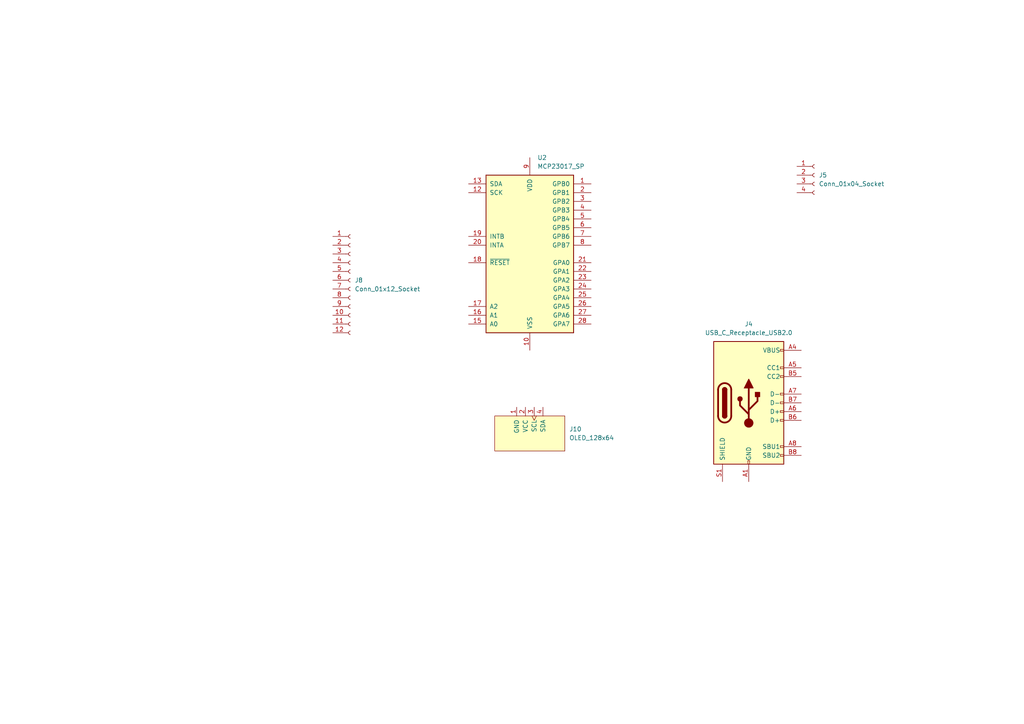
<source format=kicad_sch>
(kicad_sch (version 20230121) (generator eeschema)

  (uuid d92793f5-7a37-47c1-ba13-f28d416cb7ec)

  (paper "A4")

  (lib_symbols
    (symbol "Connector:Conn_01x04_Socket" (pin_names (offset 1.016) hide) (in_bom yes) (on_board yes)
      (property "Reference" "J" (at 0 5.08 0)
        (effects (font (size 1.27 1.27)))
      )
      (property "Value" "Conn_01x04_Socket" (at 0 -7.62 0)
        (effects (font (size 1.27 1.27)))
      )
      (property "Footprint" "" (at 0 0 0)
        (effects (font (size 1.27 1.27)) hide)
      )
      (property "Datasheet" "~" (at 0 0 0)
        (effects (font (size 1.27 1.27)) hide)
      )
      (property "ki_locked" "" (at 0 0 0)
        (effects (font (size 1.27 1.27)))
      )
      (property "ki_keywords" "connector" (at 0 0 0)
        (effects (font (size 1.27 1.27)) hide)
      )
      (property "ki_description" "Generic connector, single row, 01x04, script generated" (at 0 0 0)
        (effects (font (size 1.27 1.27)) hide)
      )
      (property "ki_fp_filters" "Connector*:*_1x??_*" (at 0 0 0)
        (effects (font (size 1.27 1.27)) hide)
      )
      (symbol "Conn_01x04_Socket_1_1"
        (arc (start 0 -4.572) (mid -0.5058 -5.08) (end 0 -5.588)
          (stroke (width 0.1524) (type default))
          (fill (type none))
        )
        (arc (start 0 -2.032) (mid -0.5058 -2.54) (end 0 -3.048)
          (stroke (width 0.1524) (type default))
          (fill (type none))
        )
        (polyline
          (pts
            (xy -1.27 -5.08)
            (xy -0.508 -5.08)
          )
          (stroke (width 0.1524) (type default))
          (fill (type none))
        )
        (polyline
          (pts
            (xy -1.27 -2.54)
            (xy -0.508 -2.54)
          )
          (stroke (width 0.1524) (type default))
          (fill (type none))
        )
        (polyline
          (pts
            (xy -1.27 0)
            (xy -0.508 0)
          )
          (stroke (width 0.1524) (type default))
          (fill (type none))
        )
        (polyline
          (pts
            (xy -1.27 2.54)
            (xy -0.508 2.54)
          )
          (stroke (width 0.1524) (type default))
          (fill (type none))
        )
        (arc (start 0 0.508) (mid -0.5058 0) (end 0 -0.508)
          (stroke (width 0.1524) (type default))
          (fill (type none))
        )
        (arc (start 0 3.048) (mid -0.5058 2.54) (end 0 2.032)
          (stroke (width 0.1524) (type default))
          (fill (type none))
        )
        (pin passive line (at -5.08 2.54 0) (length 3.81)
          (name "Pin_1" (effects (font (size 1.27 1.27))))
          (number "1" (effects (font (size 1.27 1.27))))
        )
        (pin passive line (at -5.08 0 0) (length 3.81)
          (name "Pin_2" (effects (font (size 1.27 1.27))))
          (number "2" (effects (font (size 1.27 1.27))))
        )
        (pin passive line (at -5.08 -2.54 0) (length 3.81)
          (name "Pin_3" (effects (font (size 1.27 1.27))))
          (number "3" (effects (font (size 1.27 1.27))))
        )
        (pin passive line (at -5.08 -5.08 0) (length 3.81)
          (name "Pin_4" (effects (font (size 1.27 1.27))))
          (number "4" (effects (font (size 1.27 1.27))))
        )
      )
    )
    (symbol "Connector:Conn_01x12_Socket" (pin_names (offset 1.016) hide) (in_bom yes) (on_board yes)
      (property "Reference" "J" (at 0 15.24 0)
        (effects (font (size 1.27 1.27)))
      )
      (property "Value" "Conn_01x12_Socket" (at 0 -17.78 0)
        (effects (font (size 1.27 1.27)))
      )
      (property "Footprint" "" (at 0 0 0)
        (effects (font (size 1.27 1.27)) hide)
      )
      (property "Datasheet" "~" (at 0 0 0)
        (effects (font (size 1.27 1.27)) hide)
      )
      (property "ki_locked" "" (at 0 0 0)
        (effects (font (size 1.27 1.27)))
      )
      (property "ki_keywords" "connector" (at 0 0 0)
        (effects (font (size 1.27 1.27)) hide)
      )
      (property "ki_description" "Generic connector, single row, 01x12, script generated" (at 0 0 0)
        (effects (font (size 1.27 1.27)) hide)
      )
      (property "ki_fp_filters" "Connector*:*_1x??_*" (at 0 0 0)
        (effects (font (size 1.27 1.27)) hide)
      )
      (symbol "Conn_01x12_Socket_1_1"
        (arc (start 0 -14.732) (mid -0.5058 -15.24) (end 0 -15.748)
          (stroke (width 0.1524) (type default))
          (fill (type none))
        )
        (arc (start 0 -12.192) (mid -0.5058 -12.7) (end 0 -13.208)
          (stroke (width 0.1524) (type default))
          (fill (type none))
        )
        (arc (start 0 -9.652) (mid -0.5058 -10.16) (end 0 -10.668)
          (stroke (width 0.1524) (type default))
          (fill (type none))
        )
        (arc (start 0 -7.112) (mid -0.5058 -7.62) (end 0 -8.128)
          (stroke (width 0.1524) (type default))
          (fill (type none))
        )
        (arc (start 0 -4.572) (mid -0.5058 -5.08) (end 0 -5.588)
          (stroke (width 0.1524) (type default))
          (fill (type none))
        )
        (arc (start 0 -2.032) (mid -0.5058 -2.54) (end 0 -3.048)
          (stroke (width 0.1524) (type default))
          (fill (type none))
        )
        (polyline
          (pts
            (xy -1.27 -15.24)
            (xy -0.508 -15.24)
          )
          (stroke (width 0.1524) (type default))
          (fill (type none))
        )
        (polyline
          (pts
            (xy -1.27 -12.7)
            (xy -0.508 -12.7)
          )
          (stroke (width 0.1524) (type default))
          (fill (type none))
        )
        (polyline
          (pts
            (xy -1.27 -10.16)
            (xy -0.508 -10.16)
          )
          (stroke (width 0.1524) (type default))
          (fill (type none))
        )
        (polyline
          (pts
            (xy -1.27 -7.62)
            (xy -0.508 -7.62)
          )
          (stroke (width 0.1524) (type default))
          (fill (type none))
        )
        (polyline
          (pts
            (xy -1.27 -5.08)
            (xy -0.508 -5.08)
          )
          (stroke (width 0.1524) (type default))
          (fill (type none))
        )
        (polyline
          (pts
            (xy -1.27 -2.54)
            (xy -0.508 -2.54)
          )
          (stroke (width 0.1524) (type default))
          (fill (type none))
        )
        (polyline
          (pts
            (xy -1.27 0)
            (xy -0.508 0)
          )
          (stroke (width 0.1524) (type default))
          (fill (type none))
        )
        (polyline
          (pts
            (xy -1.27 2.54)
            (xy -0.508 2.54)
          )
          (stroke (width 0.1524) (type default))
          (fill (type none))
        )
        (polyline
          (pts
            (xy -1.27 5.08)
            (xy -0.508 5.08)
          )
          (stroke (width 0.1524) (type default))
          (fill (type none))
        )
        (polyline
          (pts
            (xy -1.27 7.62)
            (xy -0.508 7.62)
          )
          (stroke (width 0.1524) (type default))
          (fill (type none))
        )
        (polyline
          (pts
            (xy -1.27 10.16)
            (xy -0.508 10.16)
          )
          (stroke (width 0.1524) (type default))
          (fill (type none))
        )
        (polyline
          (pts
            (xy -1.27 12.7)
            (xy -0.508 12.7)
          )
          (stroke (width 0.1524) (type default))
          (fill (type none))
        )
        (arc (start 0 0.508) (mid -0.5058 0) (end 0 -0.508)
          (stroke (width 0.1524) (type default))
          (fill (type none))
        )
        (arc (start 0 3.048) (mid -0.5058 2.54) (end 0 2.032)
          (stroke (width 0.1524) (type default))
          (fill (type none))
        )
        (arc (start 0 5.588) (mid -0.5058 5.08) (end 0 4.572)
          (stroke (width 0.1524) (type default))
          (fill (type none))
        )
        (arc (start 0 8.128) (mid -0.5058 7.62) (end 0 7.112)
          (stroke (width 0.1524) (type default))
          (fill (type none))
        )
        (arc (start 0 10.668) (mid -0.5058 10.16) (end 0 9.652)
          (stroke (width 0.1524) (type default))
          (fill (type none))
        )
        (arc (start 0 13.208) (mid -0.5058 12.7) (end 0 12.192)
          (stroke (width 0.1524) (type default))
          (fill (type none))
        )
        (pin passive line (at -5.08 12.7 0) (length 3.81)
          (name "Pin_1" (effects (font (size 1.27 1.27))))
          (number "1" (effects (font (size 1.27 1.27))))
        )
        (pin passive line (at -5.08 -10.16 0) (length 3.81)
          (name "Pin_10" (effects (font (size 1.27 1.27))))
          (number "10" (effects (font (size 1.27 1.27))))
        )
        (pin passive line (at -5.08 -12.7 0) (length 3.81)
          (name "Pin_11" (effects (font (size 1.27 1.27))))
          (number "11" (effects (font (size 1.27 1.27))))
        )
        (pin passive line (at -5.08 -15.24 0) (length 3.81)
          (name "Pin_12" (effects (font (size 1.27 1.27))))
          (number "12" (effects (font (size 1.27 1.27))))
        )
        (pin passive line (at -5.08 10.16 0) (length 3.81)
          (name "Pin_2" (effects (font (size 1.27 1.27))))
          (number "2" (effects (font (size 1.27 1.27))))
        )
        (pin passive line (at -5.08 7.62 0) (length 3.81)
          (name "Pin_3" (effects (font (size 1.27 1.27))))
          (number "3" (effects (font (size 1.27 1.27))))
        )
        (pin passive line (at -5.08 5.08 0) (length 3.81)
          (name "Pin_4" (effects (font (size 1.27 1.27))))
          (number "4" (effects (font (size 1.27 1.27))))
        )
        (pin passive line (at -5.08 2.54 0) (length 3.81)
          (name "Pin_5" (effects (font (size 1.27 1.27))))
          (number "5" (effects (font (size 1.27 1.27))))
        )
        (pin passive line (at -5.08 0 0) (length 3.81)
          (name "Pin_6" (effects (font (size 1.27 1.27))))
          (number "6" (effects (font (size 1.27 1.27))))
        )
        (pin passive line (at -5.08 -2.54 0) (length 3.81)
          (name "Pin_7" (effects (font (size 1.27 1.27))))
          (number "7" (effects (font (size 1.27 1.27))))
        )
        (pin passive line (at -5.08 -5.08 0) (length 3.81)
          (name "Pin_8" (effects (font (size 1.27 1.27))))
          (number "8" (effects (font (size 1.27 1.27))))
        )
        (pin passive line (at -5.08 -7.62 0) (length 3.81)
          (name "Pin_9" (effects (font (size 1.27 1.27))))
          (number "9" (effects (font (size 1.27 1.27))))
        )
      )
    )
    (symbol "Connector:USB_C_Receptacle_USB2.0" (pin_names (offset 1.016)) (in_bom yes) (on_board yes)
      (property "Reference" "J" (at -10.16 19.05 0)
        (effects (font (size 1.27 1.27)) (justify left))
      )
      (property "Value" "USB_C_Receptacle_USB2.0" (at 19.05 19.05 0)
        (effects (font (size 1.27 1.27)) (justify right))
      )
      (property "Footprint" "" (at 3.81 0 0)
        (effects (font (size 1.27 1.27)) hide)
      )
      (property "Datasheet" "https://www.usb.org/sites/default/files/documents/usb_type-c.zip" (at 3.81 0 0)
        (effects (font (size 1.27 1.27)) hide)
      )
      (property "ki_keywords" "usb universal serial bus type-C USB2.0" (at 0 0 0)
        (effects (font (size 1.27 1.27)) hide)
      )
      (property "ki_description" "USB 2.0-only Type-C Receptacle connector" (at 0 0 0)
        (effects (font (size 1.27 1.27)) hide)
      )
      (property "ki_fp_filters" "USB*C*Receptacle*" (at 0 0 0)
        (effects (font (size 1.27 1.27)) hide)
      )
      (symbol "USB_C_Receptacle_USB2.0_0_0"
        (rectangle (start -0.254 -17.78) (end 0.254 -16.764)
          (stroke (width 0) (type default))
          (fill (type none))
        )
        (rectangle (start 10.16 -14.986) (end 9.144 -15.494)
          (stroke (width 0) (type default))
          (fill (type none))
        )
        (rectangle (start 10.16 -12.446) (end 9.144 -12.954)
          (stroke (width 0) (type default))
          (fill (type none))
        )
        (rectangle (start 10.16 -4.826) (end 9.144 -5.334)
          (stroke (width 0) (type default))
          (fill (type none))
        )
        (rectangle (start 10.16 -2.286) (end 9.144 -2.794)
          (stroke (width 0) (type default))
          (fill (type none))
        )
        (rectangle (start 10.16 0.254) (end 9.144 -0.254)
          (stroke (width 0) (type default))
          (fill (type none))
        )
        (rectangle (start 10.16 2.794) (end 9.144 2.286)
          (stroke (width 0) (type default))
          (fill (type none))
        )
        (rectangle (start 10.16 7.874) (end 9.144 7.366)
          (stroke (width 0) (type default))
          (fill (type none))
        )
        (rectangle (start 10.16 10.414) (end 9.144 9.906)
          (stroke (width 0) (type default))
          (fill (type none))
        )
        (rectangle (start 10.16 15.494) (end 9.144 14.986)
          (stroke (width 0) (type default))
          (fill (type none))
        )
      )
      (symbol "USB_C_Receptacle_USB2.0_0_1"
        (rectangle (start -10.16 17.78) (end 10.16 -17.78)
          (stroke (width 0.254) (type default))
          (fill (type background))
        )
        (arc (start -8.89 -3.81) (mid -6.985 -5.7067) (end -5.08 -3.81)
          (stroke (width 0.508) (type default))
          (fill (type none))
        )
        (arc (start -7.62 -3.81) (mid -6.985 -4.4423) (end -6.35 -3.81)
          (stroke (width 0.254) (type default))
          (fill (type none))
        )
        (arc (start -7.62 -3.81) (mid -6.985 -4.4423) (end -6.35 -3.81)
          (stroke (width 0.254) (type default))
          (fill (type outline))
        )
        (rectangle (start -7.62 -3.81) (end -6.35 3.81)
          (stroke (width 0.254) (type default))
          (fill (type outline))
        )
        (arc (start -6.35 3.81) (mid -6.985 4.4423) (end -7.62 3.81)
          (stroke (width 0.254) (type default))
          (fill (type none))
        )
        (arc (start -6.35 3.81) (mid -6.985 4.4423) (end -7.62 3.81)
          (stroke (width 0.254) (type default))
          (fill (type outline))
        )
        (arc (start -5.08 3.81) (mid -6.985 5.7067) (end -8.89 3.81)
          (stroke (width 0.508) (type default))
          (fill (type none))
        )
        (circle (center -2.54 1.143) (radius 0.635)
          (stroke (width 0.254) (type default))
          (fill (type outline))
        )
        (circle (center 0 -5.842) (radius 1.27)
          (stroke (width 0) (type default))
          (fill (type outline))
        )
        (polyline
          (pts
            (xy -8.89 -3.81)
            (xy -8.89 3.81)
          )
          (stroke (width 0.508) (type default))
          (fill (type none))
        )
        (polyline
          (pts
            (xy -5.08 3.81)
            (xy -5.08 -3.81)
          )
          (stroke (width 0.508) (type default))
          (fill (type none))
        )
        (polyline
          (pts
            (xy 0 -5.842)
            (xy 0 4.318)
          )
          (stroke (width 0.508) (type default))
          (fill (type none))
        )
        (polyline
          (pts
            (xy 0 -3.302)
            (xy -2.54 -0.762)
            (xy -2.54 0.508)
          )
          (stroke (width 0.508) (type default))
          (fill (type none))
        )
        (polyline
          (pts
            (xy 0 -2.032)
            (xy 2.54 0.508)
            (xy 2.54 1.778)
          )
          (stroke (width 0.508) (type default))
          (fill (type none))
        )
        (polyline
          (pts
            (xy -1.27 4.318)
            (xy 0 6.858)
            (xy 1.27 4.318)
            (xy -1.27 4.318)
          )
          (stroke (width 0.254) (type default))
          (fill (type outline))
        )
        (rectangle (start 1.905 1.778) (end 3.175 3.048)
          (stroke (width 0.254) (type default))
          (fill (type outline))
        )
      )
      (symbol "USB_C_Receptacle_USB2.0_1_1"
        (pin passive line (at 0 -22.86 90) (length 5.08)
          (name "GND" (effects (font (size 1.27 1.27))))
          (number "A1" (effects (font (size 1.27 1.27))))
        )
        (pin passive line (at 0 -22.86 90) (length 5.08) hide
          (name "GND" (effects (font (size 1.27 1.27))))
          (number "A12" (effects (font (size 1.27 1.27))))
        )
        (pin passive line (at 15.24 15.24 180) (length 5.08)
          (name "VBUS" (effects (font (size 1.27 1.27))))
          (number "A4" (effects (font (size 1.27 1.27))))
        )
        (pin bidirectional line (at 15.24 10.16 180) (length 5.08)
          (name "CC1" (effects (font (size 1.27 1.27))))
          (number "A5" (effects (font (size 1.27 1.27))))
        )
        (pin bidirectional line (at 15.24 -2.54 180) (length 5.08)
          (name "D+" (effects (font (size 1.27 1.27))))
          (number "A6" (effects (font (size 1.27 1.27))))
        )
        (pin bidirectional line (at 15.24 2.54 180) (length 5.08)
          (name "D-" (effects (font (size 1.27 1.27))))
          (number "A7" (effects (font (size 1.27 1.27))))
        )
        (pin bidirectional line (at 15.24 -12.7 180) (length 5.08)
          (name "SBU1" (effects (font (size 1.27 1.27))))
          (number "A8" (effects (font (size 1.27 1.27))))
        )
        (pin passive line (at 15.24 15.24 180) (length 5.08) hide
          (name "VBUS" (effects (font (size 1.27 1.27))))
          (number "A9" (effects (font (size 1.27 1.27))))
        )
        (pin passive line (at 0 -22.86 90) (length 5.08) hide
          (name "GND" (effects (font (size 1.27 1.27))))
          (number "B1" (effects (font (size 1.27 1.27))))
        )
        (pin passive line (at 0 -22.86 90) (length 5.08) hide
          (name "GND" (effects (font (size 1.27 1.27))))
          (number "B12" (effects (font (size 1.27 1.27))))
        )
        (pin passive line (at 15.24 15.24 180) (length 5.08) hide
          (name "VBUS" (effects (font (size 1.27 1.27))))
          (number "B4" (effects (font (size 1.27 1.27))))
        )
        (pin bidirectional line (at 15.24 7.62 180) (length 5.08)
          (name "CC2" (effects (font (size 1.27 1.27))))
          (number "B5" (effects (font (size 1.27 1.27))))
        )
        (pin bidirectional line (at 15.24 -5.08 180) (length 5.08)
          (name "D+" (effects (font (size 1.27 1.27))))
          (number "B6" (effects (font (size 1.27 1.27))))
        )
        (pin bidirectional line (at 15.24 0 180) (length 5.08)
          (name "D-" (effects (font (size 1.27 1.27))))
          (number "B7" (effects (font (size 1.27 1.27))))
        )
        (pin bidirectional line (at 15.24 -15.24 180) (length 5.08)
          (name "SBU2" (effects (font (size 1.27 1.27))))
          (number "B8" (effects (font (size 1.27 1.27))))
        )
        (pin passive line (at 15.24 15.24 180) (length 5.08) hide
          (name "VBUS" (effects (font (size 1.27 1.27))))
          (number "B9" (effects (font (size 1.27 1.27))))
        )
        (pin passive line (at -7.62 -22.86 90) (length 5.08)
          (name "SHIELD" (effects (font (size 1.27 1.27))))
          (number "S1" (effects (font (size 1.27 1.27))))
        )
      )
    )
    (symbol "Interface_Expansion:MCP23017_SP" (pin_names (offset 1.016)) (in_bom yes) (on_board yes)
      (property "Reference" "U" (at -11.43 24.13 0)
        (effects (font (size 1.27 1.27)))
      )
      (property "Value" "MCP23017_SP" (at 0 0 0)
        (effects (font (size 1.27 1.27)))
      )
      (property "Footprint" "Package_DIP:DIP-28_W7.62mm" (at 5.08 -25.4 0)
        (effects (font (size 1.27 1.27)) (justify left) hide)
      )
      (property "Datasheet" "http://ww1.microchip.com/downloads/en/DeviceDoc/20001952C.pdf" (at 5.08 -27.94 0)
        (effects (font (size 1.27 1.27)) (justify left) hide)
      )
      (property "ki_keywords" "I2C parallel port expander" (at 0 0 0)
        (effects (font (size 1.27 1.27)) hide)
      )
      (property "ki_description" "16-bit I/O expander, I2C, interrupts, w pull-ups, SPDIP-28" (at 0 0 0)
        (effects (font (size 1.27 1.27)) hide)
      )
      (property "ki_fp_filters" "DIP*W7.62mm*" (at 0 0 0)
        (effects (font (size 1.27 1.27)) hide)
      )
      (symbol "MCP23017_SP_0_1"
        (rectangle (start -12.7 22.86) (end 12.7 -22.86)
          (stroke (width 0.254) (type default))
          (fill (type background))
        )
      )
      (symbol "MCP23017_SP_1_1"
        (pin bidirectional line (at 17.78 20.32 180) (length 5.08)
          (name "GPB0" (effects (font (size 1.27 1.27))))
          (number "1" (effects (font (size 1.27 1.27))))
        )
        (pin power_in line (at 0 -27.94 90) (length 5.08)
          (name "VSS" (effects (font (size 1.27 1.27))))
          (number "10" (effects (font (size 1.27 1.27))))
        )
        (pin no_connect line (at -12.7 15.24 0) (length 5.08) hide
          (name "NC" (effects (font (size 1.27 1.27))))
          (number "11" (effects (font (size 1.27 1.27))))
        )
        (pin input line (at -17.78 17.78 0) (length 5.08)
          (name "SCK" (effects (font (size 1.27 1.27))))
          (number "12" (effects (font (size 1.27 1.27))))
        )
        (pin bidirectional line (at -17.78 20.32 0) (length 5.08)
          (name "SDA" (effects (font (size 1.27 1.27))))
          (number "13" (effects (font (size 1.27 1.27))))
        )
        (pin no_connect line (at -12.7 12.7 0) (length 5.08) hide
          (name "NC" (effects (font (size 1.27 1.27))))
          (number "14" (effects (font (size 1.27 1.27))))
        )
        (pin input line (at -17.78 -20.32 0) (length 5.08)
          (name "A0" (effects (font (size 1.27 1.27))))
          (number "15" (effects (font (size 1.27 1.27))))
        )
        (pin input line (at -17.78 -17.78 0) (length 5.08)
          (name "A1" (effects (font (size 1.27 1.27))))
          (number "16" (effects (font (size 1.27 1.27))))
        )
        (pin input line (at -17.78 -15.24 0) (length 5.08)
          (name "A2" (effects (font (size 1.27 1.27))))
          (number "17" (effects (font (size 1.27 1.27))))
        )
        (pin input line (at -17.78 -2.54 0) (length 5.08)
          (name "~{RESET}" (effects (font (size 1.27 1.27))))
          (number "18" (effects (font (size 1.27 1.27))))
        )
        (pin tri_state line (at -17.78 5.08 0) (length 5.08)
          (name "INTB" (effects (font (size 1.27 1.27))))
          (number "19" (effects (font (size 1.27 1.27))))
        )
        (pin bidirectional line (at 17.78 17.78 180) (length 5.08)
          (name "GPB1" (effects (font (size 1.27 1.27))))
          (number "2" (effects (font (size 1.27 1.27))))
        )
        (pin tri_state line (at -17.78 2.54 0) (length 5.08)
          (name "INTA" (effects (font (size 1.27 1.27))))
          (number "20" (effects (font (size 1.27 1.27))))
        )
        (pin bidirectional line (at 17.78 -2.54 180) (length 5.08)
          (name "GPA0" (effects (font (size 1.27 1.27))))
          (number "21" (effects (font (size 1.27 1.27))))
        )
        (pin bidirectional line (at 17.78 -5.08 180) (length 5.08)
          (name "GPA1" (effects (font (size 1.27 1.27))))
          (number "22" (effects (font (size 1.27 1.27))))
        )
        (pin bidirectional line (at 17.78 -7.62 180) (length 5.08)
          (name "GPA2" (effects (font (size 1.27 1.27))))
          (number "23" (effects (font (size 1.27 1.27))))
        )
        (pin bidirectional line (at 17.78 -10.16 180) (length 5.08)
          (name "GPA3" (effects (font (size 1.27 1.27))))
          (number "24" (effects (font (size 1.27 1.27))))
        )
        (pin bidirectional line (at 17.78 -12.7 180) (length 5.08)
          (name "GPA4" (effects (font (size 1.27 1.27))))
          (number "25" (effects (font (size 1.27 1.27))))
        )
        (pin bidirectional line (at 17.78 -15.24 180) (length 5.08)
          (name "GPA5" (effects (font (size 1.27 1.27))))
          (number "26" (effects (font (size 1.27 1.27))))
        )
        (pin bidirectional line (at 17.78 -17.78 180) (length 5.08)
          (name "GPA6" (effects (font (size 1.27 1.27))))
          (number "27" (effects (font (size 1.27 1.27))))
        )
        (pin bidirectional line (at 17.78 -20.32 180) (length 5.08)
          (name "GPA7" (effects (font (size 1.27 1.27))))
          (number "28" (effects (font (size 1.27 1.27))))
        )
        (pin bidirectional line (at 17.78 15.24 180) (length 5.08)
          (name "GPB2" (effects (font (size 1.27 1.27))))
          (number "3" (effects (font (size 1.27 1.27))))
        )
        (pin bidirectional line (at 17.78 12.7 180) (length 5.08)
          (name "GPB3" (effects (font (size 1.27 1.27))))
          (number "4" (effects (font (size 1.27 1.27))))
        )
        (pin bidirectional line (at 17.78 10.16 180) (length 5.08)
          (name "GPB4" (effects (font (size 1.27 1.27))))
          (number "5" (effects (font (size 1.27 1.27))))
        )
        (pin bidirectional line (at 17.78 7.62 180) (length 5.08)
          (name "GPB5" (effects (font (size 1.27 1.27))))
          (number "6" (effects (font (size 1.27 1.27))))
        )
        (pin bidirectional line (at 17.78 5.08 180) (length 5.08)
          (name "GPB6" (effects (font (size 1.27 1.27))))
          (number "7" (effects (font (size 1.27 1.27))))
        )
        (pin bidirectional line (at 17.78 2.54 180) (length 5.08)
          (name "GPB7" (effects (font (size 1.27 1.27))))
          (number "8" (effects (font (size 1.27 1.27))))
        )
        (pin power_in line (at 0 27.94 270) (length 5.08)
          (name "VDD" (effects (font (size 1.27 1.27))))
          (number "9" (effects (font (size 1.27 1.27))))
        )
      )
    )
    (symbol "ScottoKeebs:OLED_128x64" (pin_names (offset 1.016)) (in_bom yes) (on_board yes)
      (property "Reference" "J" (at 0 -11.43 0)
        (effects (font (size 1.27 1.27)))
      )
      (property "Value" "OLED_128x64" (at 0 -7.62 0)
        (effects (font (size 1.27 1.27)))
      )
      (property "Footprint" "ScottoKeebs_Components:OLED_128x64" (at 0 -13.97 0)
        (effects (font (size 1.27 1.27)) hide)
      )
      (property "Datasheet" "" (at 1.27 0 90)
        (effects (font (size 1.27 1.27)) hide)
      )
      (symbol "OLED_128x64_0_1"
        (rectangle (start 10.16 -10.16) (end -10.16 0)
          (stroke (width 0) (type default))
          (fill (type background))
        )
      )
      (symbol "OLED_128x64_1_1"
        (pin power_in line (at -3.81 2.54 270) (length 2.54)
          (name "GND" (effects (font (size 1.27 1.27))))
          (number "1" (effects (font (size 1.27 1.27))))
        )
        (pin power_in line (at -1.27 2.54 270) (length 2.54)
          (name "VCC" (effects (font (size 1.27 1.27))))
          (number "2" (effects (font (size 1.27 1.27))))
        )
        (pin input clock (at 1.27 2.54 270) (length 2.54)
          (name "SCL" (effects (font (size 1.27 1.27))))
          (number "3" (effects (font (size 1.27 1.27))))
        )
        (pin bidirectional line (at 3.81 2.54 270) (length 2.54)
          (name "SDA" (effects (font (size 1.27 1.27))))
          (number "4" (effects (font (size 1.27 1.27))))
        )
      )
    )
  )


  (symbol (lib_id "Connector:Conn_01x12_Socket") (at 101.6 81.28 0) (unit 1)
    (in_bom yes) (on_board yes) (dnp no) (fields_autoplaced)
    (uuid 091ffd27-b0e5-4d62-96aa-6f54a49bb1b7)
    (property "Reference" "J8" (at 102.87 81.28 0)
      (effects (font (size 1.27 1.27)) (justify left))
    )
    (property "Value" "Conn_01x12_Socket" (at 102.87 83.82 0)
      (effects (font (size 1.27 1.27)) (justify left))
    )
    (property "Footprint" "" (at 101.6 81.28 0)
      (effects (font (size 1.27 1.27)) hide)
    )
    (property "Datasheet" "~" (at 101.6 81.28 0)
      (effects (font (size 1.27 1.27)) hide)
    )
    (pin "1" (uuid 6dc56895-1955-477f-96f6-e2d0aa193903))
    (pin "10" (uuid ec44cb6c-1565-4a9f-acee-e93c7bbcb9c8))
    (pin "11" (uuid d89413f0-8f6d-4abc-b2de-cafd499919cb))
    (pin "12" (uuid c5768df0-5742-41a0-a396-2df161b889b2))
    (pin "2" (uuid 3f88d236-a20b-4a62-b397-b2d74d2eedb9))
    (pin "3" (uuid ad2cf456-81cf-4968-91c1-4838eca9a8c3))
    (pin "4" (uuid cbd5733b-24e3-48ff-9a75-0a7c6a4e4698))
    (pin "5" (uuid fca3e596-a29b-4747-acd6-31070f9eebc5))
    (pin "6" (uuid 4708c34a-28ac-4b7a-b730-120eba64b50e))
    (pin "7" (uuid 9024bbbe-8b0c-438a-bb0b-2a7e6e19809e))
    (pin "8" (uuid 5ddc49d3-0ea2-496a-9ff9-5d76ac690612))
    (pin "9" (uuid 516ff857-5541-45a4-b62a-4243dee0e3ab))
    (instances
      (project "mksp_Mk1_rev0"
        (path "/317db825-7ec8-42a4-86c9-29de77488848/9a4d8874-164c-4918-b768-ce32cb89a53f"
          (reference "J8") (unit 1)
        )
        (path "/317db825-7ec8-42a4-86c9-29de77488848/6eeaa44f-3e3d-4d86-815d-42d0f349cb86"
          (reference "J11") (unit 1)
        )
      )
    )
  )

  (symbol (lib_id "Connector:USB_C_Receptacle_USB2.0") (at 217.17 116.84 0) (unit 1)
    (in_bom yes) (on_board yes) (dnp no) (fields_autoplaced)
    (uuid 17fc799f-3146-4550-9671-6b5cbda45c19)
    (property "Reference" "J4" (at 217.17 93.98 0)
      (effects (font (size 1.27 1.27)))
    )
    (property "Value" "USB_C_Receptacle_USB2.0" (at 217.17 96.52 0)
      (effects (font (size 1.27 1.27)))
    )
    (property "Footprint" "" (at 220.98 116.84 0)
      (effects (font (size 1.27 1.27)) hide)
    )
    (property "Datasheet" "https://www.usb.org/sites/default/files/documents/usb_type-c.zip" (at 220.98 116.84 0)
      (effects (font (size 1.27 1.27)) hide)
    )
    (pin "A1" (uuid b5ca943a-7efd-421e-8909-b6f399ebeb13))
    (pin "A12" (uuid ec7ae88c-a89b-4dd6-bded-889155f62930))
    (pin "A4" (uuid 235adff2-bf43-46c8-8ded-e9f7f60d0ec3))
    (pin "A5" (uuid 6de0b655-7de4-4a80-83e4-977e7cb1dad3))
    (pin "A6" (uuid a02510b1-555d-45a3-892a-817af7d69e64))
    (pin "A7" (uuid ec3317dd-6e31-46e8-9725-f5bcd98d35b2))
    (pin "A8" (uuid aaca91cb-08ea-41b2-923e-00b15549b8fa))
    (pin "A9" (uuid d081604b-2011-4286-9f9c-5d910c53f2ff))
    (pin "B1" (uuid 0f4f1cd8-ebbc-4a9e-be82-d7c0fc9e6c79))
    (pin "B12" (uuid 330c8612-5811-48ef-8536-9c3ff34622aa))
    (pin "B4" (uuid 67d1ceb1-25e2-41a9-857d-9c80010be1c6))
    (pin "B5" (uuid cd074593-de1e-447a-ac26-deaad4eb48e9))
    (pin "B6" (uuid 2ad17446-5eee-4713-af0f-53fa8cd5fe6d))
    (pin "B7" (uuid 4a8ab626-643e-4f23-b906-bcd02157ca8f))
    (pin "B8" (uuid bb4d9ca6-1aef-47e5-89b3-2b7c991b4e9f))
    (pin "B9" (uuid 02018147-791c-45f0-b8c1-46bf7efc630b))
    (pin "S1" (uuid 76a8f715-a944-452d-8def-893386dc69fe))
    (instances
      (project "mksp_Mk1_rev0"
        (path "/317db825-7ec8-42a4-86c9-29de77488848/9a4d8874-164c-4918-b768-ce32cb89a53f"
          (reference "J4") (unit 1)
        )
        (path "/317db825-7ec8-42a4-86c9-29de77488848/6eeaa44f-3e3d-4d86-815d-42d0f349cb86"
          (reference "J3") (unit 1)
        )
      )
    )
  )

  (symbol (lib_id "Interface_Expansion:MCP23017_SP") (at 153.67 73.66 0) (unit 1)
    (in_bom yes) (on_board yes) (dnp no) (fields_autoplaced)
    (uuid 38c749df-ec97-4a7e-866b-68478355d75d)
    (property "Reference" "U2" (at 155.8641 45.72 0)
      (effects (font (size 1.27 1.27)) (justify left))
    )
    (property "Value" "MCP23017_SP" (at 155.8641 48.26 0)
      (effects (font (size 1.27 1.27)) (justify left))
    )
    (property "Footprint" "Package_DIP:DIP-28_W7.62mm" (at 158.75 99.06 0)
      (effects (font (size 1.27 1.27)) (justify left) hide)
    )
    (property "Datasheet" "http://ww1.microchip.com/downloads/en/DeviceDoc/20001952C.pdf" (at 158.75 101.6 0)
      (effects (font (size 1.27 1.27)) (justify left) hide)
    )
    (pin "1" (uuid 4967f018-2e3a-4213-b4b0-bacff2d25aac))
    (pin "10" (uuid 6b20868c-53d0-492b-97ec-213f1884e87c))
    (pin "11" (uuid d4dff2e8-014f-44e6-a8f3-df893c37cc65))
    (pin "12" (uuid d14ad6c8-dfe7-4cce-b32c-80e78ef37aad))
    (pin "13" (uuid fcedf69b-7383-4adb-9b92-5f9d801bb8e6))
    (pin "14" (uuid bd398c9f-5e0a-4d78-be58-aaabc4692ff8))
    (pin "15" (uuid 1eeeb68c-faae-48ce-bfa7-058f45478dcc))
    (pin "16" (uuid eca9c25a-d1f9-48ba-b7ae-86719db0f0b6))
    (pin "17" (uuid 1ca7f63e-47d9-4b61-b897-4fb8762241b0))
    (pin "18" (uuid ffb205da-8a7d-4182-9ca0-8f02ef5ab8ef))
    (pin "19" (uuid 88b615e8-6d21-4c2b-85c8-8f0163a82727))
    (pin "2" (uuid 3a1ae812-0064-40b5-8dc8-6beece771947))
    (pin "20" (uuid 92e9ac1f-2f64-4e37-a05c-e229ed775fd4))
    (pin "21" (uuid 2fafd9d5-ee9e-4a12-9c87-d1e3454d6dfa))
    (pin "22" (uuid 46cf261e-d95f-4b0a-b091-d12f77ea03f5))
    (pin "23" (uuid a7f5225c-ef65-45ce-8cde-4702cc1ae857))
    (pin "24" (uuid eacb1922-764b-40a3-9e8d-20741c22dc4d))
    (pin "25" (uuid 31fb8c92-3838-4876-8c9c-47acc3097c48))
    (pin "26" (uuid 14d1d17e-8692-4128-8292-a873ac47a9c4))
    (pin "27" (uuid 4982cc8f-5614-45dc-9055-1e21a439ef98))
    (pin "28" (uuid 1de9e7e0-c17f-49b5-8387-69696ae27d23))
    (pin "3" (uuid 49b02e4e-20be-477b-993a-9384f6b083e0))
    (pin "4" (uuid e7029f13-36ec-4cd3-8f3f-8f6b9cd2fb5a))
    (pin "5" (uuid c9effeef-aca1-4739-a475-8a83be76124e))
    (pin "6" (uuid c8d9142b-3890-4fd5-98af-7a21e8efc901))
    (pin "7" (uuid f7d63108-d674-4a04-bcc7-a3a9b22b91ff))
    (pin "8" (uuid 12e7ebff-da03-4aa2-bb5e-85b8f27811b3))
    (pin "9" (uuid b5e1770a-ff9a-4b8b-bfc9-560ffb4ed9bd))
    (instances
      (project "mksp_Mk1_rev0"
        (path "/317db825-7ec8-42a4-86c9-29de77488848/6eeaa44f-3e3d-4d86-815d-42d0f349cb86"
          (reference "U2") (unit 1)
        )
      )
    )
  )

  (symbol (lib_id "ScottoKeebs:OLED_128x64") (at 153.67 120.65 0) (unit 1)
    (in_bom yes) (on_board yes) (dnp no) (fields_autoplaced)
    (uuid 64c06b18-79d3-4be8-baf4-50e0b942398f)
    (property "Reference" "J10" (at 165.1 124.46 0)
      (effects (font (size 1.27 1.27)) (justify left))
    )
    (property "Value" "OLED_128x64" (at 165.1 127 0)
      (effects (font (size 1.27 1.27)) (justify left))
    )
    (property "Footprint" "ScottoKeebs_Components:OLED_128x64" (at 153.67 134.62 0)
      (effects (font (size 1.27 1.27)) hide)
    )
    (property "Datasheet" "" (at 154.94 120.65 90)
      (effects (font (size 1.27 1.27)) hide)
    )
    (pin "1" (uuid 474ef43f-291e-4fa6-921f-1bd2c98889a9))
    (pin "2" (uuid 2bacf480-fcb2-4ce0-9feb-9e98ff368474))
    (pin "3" (uuid 9c5e59ec-1dd1-4d21-a54f-8764653305d1))
    (pin "4" (uuid 237da430-dc3e-4434-877d-8ce7ed74a973))
    (instances
      (project "mksp_Mk1_rev0"
        (path "/317db825-7ec8-42a4-86c9-29de77488848/6eeaa44f-3e3d-4d86-815d-42d0f349cb86"
          (reference "J10") (unit 1)
        )
      )
    )
  )

  (symbol (lib_id "Connector:Conn_01x04_Socket") (at 236.22 50.8 0) (unit 1)
    (in_bom yes) (on_board yes) (dnp no) (fields_autoplaced)
    (uuid e52f7d9b-869d-4d9d-9f8d-db6e4d968a06)
    (property "Reference" "J5" (at 237.49 50.8 0)
      (effects (font (size 1.27 1.27)) (justify left))
    )
    (property "Value" "Conn_01x04_Socket" (at 237.49 53.34 0)
      (effects (font (size 1.27 1.27)) (justify left))
    )
    (property "Footprint" "" (at 236.22 50.8 0)
      (effects (font (size 1.27 1.27)) hide)
    )
    (property "Datasheet" "~" (at 236.22 50.8 0)
      (effects (font (size 1.27 1.27)) hide)
    )
    (pin "1" (uuid d9e55343-114a-4a80-a988-dc06b09f569a))
    (pin "2" (uuid 9aaac50d-4ddb-47fc-8ea3-022e8034ceff))
    (pin "3" (uuid 6f748a72-1658-4b4c-9a3c-ddda170d9b24))
    (pin "4" (uuid 90cd96d3-c0cf-440c-ad0f-be8a41b96eeb))
    (instances
      (project "mksp_Mk1_rev0"
        (path "/317db825-7ec8-42a4-86c9-29de77488848/9a4d8874-164c-4918-b768-ce32cb89a53f"
          (reference "J5") (unit 1)
        )
        (path "/317db825-7ec8-42a4-86c9-29de77488848/6eeaa44f-3e3d-4d86-815d-42d0f349cb86"
          (reference "J6") (unit 1)
        )
      )
    )
  )
)

</source>
